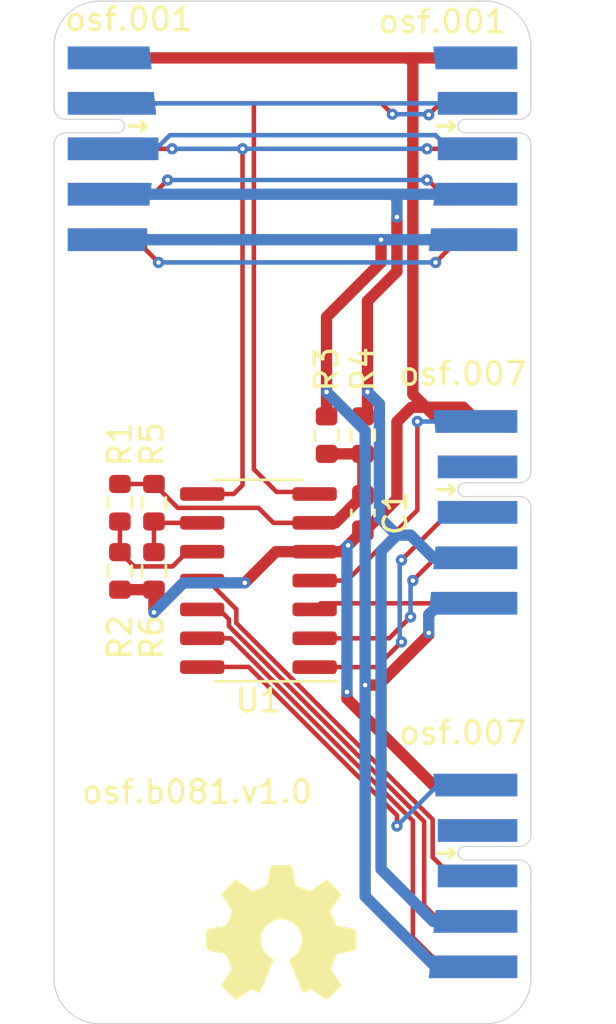
<source format=kicad_pcb>
(kicad_pcb (version 20211014) (generator pcbnew)
  (layers (0 "F.Cu" signal) (31 "B.Cu" signal) (34 "B.Paste" user) (35 "F.Paste" user) (36 "B.SilkS" user "B.Silkscreen") (37 "F.SilkS" user "F.Silkscreen") (38 "B.Mask" user) (39 "F.Mask" user) (44 "Edge.Cuts" user))
  (net 0 "")
  (net 1 "Net-(C1-Pad1)")
  (net 2 "GND")
  (net 3 "Net-(J1-Pad4)")
  (net 4 "Net-(J1-Pad5)")
  (net 5 "/5V")
  (net 6 "/3.3V")
  (net 7 "/adc/AD1+")
  (net 8 "/adc/AD1-")
  (net 9 "/adc/AD2+")
  (net 10 "/adc/AD2-")
  (net 11 "/adc/SDA")
  (net 12 "/adc/SCL")
  (net 13 "/adc/AD3+")
  (net 14 "/adc/AD3-")
  (net 15 "/adc/AD4+")
  (net 16 "/adc/AD4-")
  (net 17 "Net-(J1-Pad8)")
  (net 20 "Net-(U1-Pad10)")
  (net 21 "Net-(U1-Pad9)")
  (footprint "Capacitor_SMD:C_0603_1608Metric" (layer "F.Cu") (at 153.6 112.525 -90)
    (fp_text reference "C1" (at 0 -1.43 90) (layer "F.SilkS"))
    (fp_text value "100nF")
    (fp_line (start -0.14058 -0.51) (end 0.14058 -0.51) (layer "F.SilkS") (width 0.12))
    (fp_line (start -0.14058 0.51) (end 0.14058 0.51) (layer "F.SilkS") (width 0.12))
    (pad "1" smd roundrect (at -0.775 0 270) (size 0.9 0.95) (layers "F.Cu" "F.Paste" "F.Mask") (net 1 "Net-(C1-Pad1)"))
    (pad "2" smd roundrect (at 0.775 0 270) (size 0.9 0.95) (layers "F.Cu" "F.Paste" "F.Mask") (net 2 "GND"))
  )
  (footprint "on_edge:on_edge_2x05_host" (layer "F.Cu") (at 161 112.5 -90)
    (fp_text reference "J4")
    (fp_text value "007_ADC")
    (fp_line (start -0.8 3.573) (end -1 3.373) (layer "F.SilkS") (width 0.153))
    (fp_line (start -1 3.373) (end -1.2 3.573) (layer "F.SilkS") (width 0.153))
    (fp_line (start -1 4.1) (end -1 3.373) (layer "F.SilkS") (width 0.153))
    (fp_line (start -0.7 2.9) (end -0.7 0.5) (layer "Edge.Cuts") (width 0.05))
    (fp_line (start -4 0) (end -1.8 0) (layer "Edge.Cuts") (width 0.05))
    (fp_line (start -0.2 0) (end 4 0) (layer "Edge.Cuts") (width 0.05))
    (fp_line (start -1.3 0.5) (end -1.3 2.9) (layer "Edge.Cuts") (width 0.05))
    (fp_arc (start -1.8 0) (mid -1.446447 0.146447) (end -1.3 0.5) (layer "Edge.Cuts") (width 0.05))
    (fp_arc (start -0.7 0.5) (mid -0.553553 0.146447) (end -0.2 0) (layer "Edge.Cuts") (width 0.05))
    (fp_arc (start -0.7 2.9) (mid -1 3.2) (end -1.3 2.9) (layer "Edge.Cuts") (width 0.05))
    (pad "1" smd rect (at -4 2.35 270) (size 1 3.5) (layers "F.Cu" "F.Mask") (net 2 "GND"))
    (pad "2" smd rect (at -2 2.35 270) (size 1 3.5) (layers "F.Cu" "F.Mask"))
    (pad "3" smd rect (at 0 2.35 270) (size 1 3.5) (layers "F.Cu" "F.Mask") (net 7 "/adc/AD1+"))
    (pad "4" smd rect (at 2 2.35 270) (size 1 3.5) (layers "F.Cu" "F.Mask") (net 8 "/adc/AD1-"))
    (pad "5" smd rect (at 4 2.35 270) (size 1 3.5) (layers "F.Cu" "F.Mask") (net 9 "/adc/AD2+"))
    (pad "6" smd custom (at -4 2.4 90) (size 1 3.6) (layers "B.Cu" "B.Mask") (net 10 "/adc/AD2-") (options (clearance outline) (anchor rect)) (primitives (gr_poly (pts (xy 0.5 -1.8) (xy -0.5 -1.8) (xy 0.5 -1.9)) (width 0) (fill yes))))
    (pad "7" smd rect (at -2 2.35 90) (size 1 3.5) (layers "B.Cu" "B.Mask"))
    (pad "8" smd rect (at 0 2.35 90) (size 1 3.5) (layers "B.Cu" "B.Mask"))
    (pad "9" smd custom (at 2 2.4 90) (size 1 3.6) (layers "B.Cu" "B.Mask") (net 6 "/3.3V") (options (clearance outline) (anchor rect)) (primitives (gr_poly (pts (xy 0.5 -1.8) (xy -0.5 -1.8) (xy -0.5 -1.9)) (width 0) (fill yes))))
    (pad "10" smd custom (at 4 2.5 90) (size 1 3.8) (layers "B.Cu" "B.Mask") (net 5 "/5V") (options (clearance outline) (anchor rect)) (primitives (gr_poly (pts (xy 0.5 -1.9) (xy -0.5 -1.9) (xy -0.5 -2)) (width 0) (fill yes))))
  )
  (footprint "Resistor_SMD:R_0603_1608Metric" (layer "F.Cu") (at 144.4 115.075 90)
    (fp_text reference "R6" (at -2.925 -0.1 90) (layer "F.SilkS"))
    (fp_text value "0R")
    (fp_line (start -0.237258 -0.5225) (end 0.237258 -0.5225) (layer "F.SilkS") (width 0.12))
    (fp_line (start -0.237258 0.5225) (end 0.237258 0.5225) (layer "F.SilkS") (width 0.12))
    (pad "1" smd roundrect (at -0.825 0 90) (size 0.8 0.95) (layers "F.Cu" "F.Paste" "F.Mask") (net 2 "GND"))
    (pad "2" smd roundrect (at 0.825 0 90) (size 0.8 0.95) (layers "F.Cu" "F.Paste" "F.Mask") (net 21 "Net-(U1-Pad9)"))
  )
  (footprint "Symbol:OSHW-Symbol_6.7x6mm_SilkScreen" (layer "F.Cu") (at 150 131)
    (fp_text reference "LOGO1" hide)
    (fp_text value "Logo_Open_Hardware_Small" hide)
    (fp_poly (pts (xy 0.555814 -2.531069) (xy 0.639635 -2.086445) (xy 0.94892 -1.958947) (xy 1.258206 -1.831449) (xy 1.629246 -2.083754) (xy 1.733157 -2.154004) (xy 1.827087 -2.216728) (xy 1.906652 -2.269062) (xy 1.96747 -2.308143) (xy 2.005157 -2.331107) (xy 2.015421 -2.336058) (xy 2.03391 -2.323324) (xy 2.07342 -2.288118) (xy 2.129522 -2.234938) (xy 2.197787 -2.168282) (xy 2.273786 -2.092646) (xy 2.353092 -2.012528) (xy 2.431275 -1.932426) (xy 2.503907 -1.856836) (xy 2.566559 -1.790255) (xy 2.614803 -1.737182) (xy 2.64421 -1.702113) (xy 2.651241 -1.690377) (xy 2.641123 -1.66874) (xy 2.612759 -1.621338) (xy 2.569129 -1.552807) (xy 2.513218 -1.467785) (xy 2.448006 -1.370907) (xy 2.410219 -1.31565) (xy 2.341343 -1.214752) (xy 2.28014 -1.123701) (xy 2.229578 -1.04703) (xy 2.192628 -0.989272) (xy 2.172258 -0.954957) (xy 2.169197 -0.947746) (xy 2.176136 -0.927252) (xy 2.195051 -0.879487) (xy 2.223087 -0.811168) (xy 2.257391 -0.729011) (xy 2.295109 -0.63973) (xy 2.333387 -0.550042) (xy 2.36937 -0.466662) (xy 2.400206 -0.396306) (xy 2.423039 -0.34569) (xy 2.435017 -0.321529) (xy 2.435724 -0.320578) (xy 2.454531 -0.315964) (xy 2.504618 -0.305672) (xy 2.580793 -0.290713) (xy 2.677865 -0.272099) (xy 2.790643 -0.250841) (xy 2.856442 -0.238582) (xy 2.97695 -0.215638) (xy 3.085797 -0.193805) (xy 3.177476 -0.174278) (xy 3.246481 -0.158252) (xy 3.287304 -0.146921) (xy 3.295511 -0.143326) (xy 3.303548 -0.118994) (xy 3.310033 -0.064041) (xy 3.31497 0.015108) (xy 3.318364 0.112026) (xy 3.320218 0.220287) (xy 3.320538 0.333465) (xy 3.319327 0.445135) (xy 3.31659 0.548868) (xy 3.312331 0.638241) (xy 3.306555 0.706826) (xy 3.299267 0.748197) (xy 3.294895 0.75681) (xy 3.268764 0.767133) (xy 3.213393 0.781892) (xy 3.136107 0.799352) (xy 3.04423 0.81778) (xy 3.012158 0.823741) (xy 2.857524 0.852066) (xy 2.735375 0.874876) (xy 2.641673 0.89308) (xy 2.572384 0.907583) (xy 2.523471 0.919292) (xy 2.490897 0.929115) (xy 2.470628 0.937956) (xy 2.458626 0.946724) (xy 2.456947 0.948457) (xy 2.440184 0.976371) (xy 2.414614 1.030695) (xy 2.382788 1.104777) (xy 2.34726 1.191965) (xy 2.310583 1.285608) (xy 2.275311 1.379052) (xy 2.243996 1.465647) (xy 2.219193 1.53874) (xy 2.203454 1.591678) (xy 2.199332 1.617811) (xy 2.199676 1.618726) (xy 2.213641 1.640086) (xy 2.245322 1.687084) (xy 2.291391 1.754827) (xy 2.348518 1.838423) (xy 2.413373 1.932982) (xy 2.431843 1.959854) (xy 2.497699 2.057275) (xy 2.55565 2.146163) (xy 2.602538 2.221412) (xy 2.635207 2.27792) (xy 2.6505 2.310581) (xy 2.651241 2.314593) (xy 2.638392 2.335684) (xy 2.602888 2.377464) (xy 2.549293 2.435445) (xy 2.482171 2.505135) (xy 2.406087 2.582045) (xy 2.325604 2.661683) (xy 2.245287 2.739561) (xy 2.169699 2.811186) (xy 2.103405 2.87207) (xy 2.050969 2.917721) (xy 2.016955 2.94365) (xy 2.007545 2.947883) (xy 1.985643 2.937912) (xy 1.9408 2.91102) (xy 1.880321 2.871736) (xy 1.833789 2.840117) (xy 1.749475 2.782098) (xy 1.649626 2.713784) (xy 1.549473 2.645579) (xy 1.495627 2.609075) (xy 1.313371 2.4858) (xy 1.160381 2.56852) (xy 1.090682 2.604759) (xy 1.031414 2.632926) (xy 0.991311 2.648991) (xy 0.981103 2.651226) (xy 0.968829 2.634722) (xy 0.944613 2.588082) (xy 0.910263 2.515609) (xy 0.867588 2.421606) (xy 0.818394 2.310374) (xy 0.76449 2.186215) (xy 0.707684 2.053432) (xy 0.649782 1.916327) (xy 0.592593 1.779202) (xy 0.537924 1.646358) (xy 0.487584 1.522098) (xy 0.44338 1.410725) (xy 0.407119 1.316539) (xy 0.380609 1.243844) (xy 0.365658 1.196941) (xy 0.363254 1.180833) (xy 0.382311 1.160286) (xy 0.424036 1.126933) (xy 0.479706 1.087702) (xy 0.484378 1.084599) (xy 0.628264 0.969423) (xy 0.744283 0.835053) (xy 0.83143 0.685784) (xy 0.888699 0.525913) (xy 0.915086 0.359737) (xy 0.909585 0.191552) (xy 0.87119 0.025655) (xy 0.798895 -0.133658) (xy 0.777626 -0.168513) (xy 0.666996 -0.309263) (xy 0.536302 -0.422286) (xy 0.390064 -0.506997) (xy 0.232808 -0.562806) (xy 0.069057 -0.589126) (xy -0.096667 -0.58537) (xy -0.259838 -0.55095) (xy -0.415935 -0.485277) (xy -0.560433 -0.387765) (xy -0.605131 -0.348187) (xy -0.718888 -0.224297) (xy -0.801782 -0.093876) (xy -0.858644 0.052315) (xy -0.890313 0.197088) (xy -0.898131 0.35986) (xy -0.872062 0.52344) (xy -0.814755 0.682298) (xy -0.728856 0.830906) (xy -0.617014 0.963735) (xy -0.481877 1.075256) (xy -0.464117 1.087011) (xy -0.40785 1.125508) (xy -0.365077 1.158863) (xy -0.344628 1.18016) (xy -0.344331 1.180833) (xy -0.348721 1.203871) (xy -0.366124 1.256157) (xy -0.394732 1.33339) (xy -0.432735 1.431268) (xy -0.478326 1.545491) (xy -0.529697 1.671758) (xy -0.585038 1.805767) (xy -0.642542 1.943218) (xy -0.700399 2.079808) (xy -0.756802 2.211237) (xy -0.809942 2.333205) (xy -0.85801 2.441409) (xy -0.899199 2.531549) (xy -0.931699 2.599323) (xy -0.953703 2.64043) (xy -0.962564 2.651226) (xy -0.98964 2.642819) (xy -1.040303 2.620272) (xy -1.105817 2.587613) (xy -1.141841 2.56852) (xy -1.294832 2.4858) (xy -1.477088 2.609075) (xy -1.570125 2.672228) (xy -1.671985 2.741727) (xy -1.767438 2.807165) (xy -1.81525 2.840117) (xy -1.882495 2.885273) (xy -1.939436 2.921057) (xy -1.978646 2.942938) (xy -1.991381 2.947563) (xy -2.009917 2.935085) (xy -2.050941 2.900252) (xy -2.110475 2.846678) (xy -2.184542 2.777983) (xy -2.269165 2.697781) (xy -2.322685 2.646286) (xy -2.416319 2.554286) (xy -2.497241 2.471999) (xy -2.562177 2.402945) (xy -2.607858 2.350644) (xy -2.631011 2.318616) (xy -2.633232 2.312116) (xy -2.622924 2.287394) (xy -2.594439 2.237405) (xy -2.550937 2.167212) (xy -2.495577 2.081875) (xy -2.43152 1.986456) (xy -2.413303 1.959854) (xy -2.346927 1.863167) (xy -2.287378 1.776117) (xy -2.237984 1.703595) (xy -2.202075 1.650493) (xy -2.182981 1.621703) (xy -2.181136 1.618726) (xy -2.183895 1.595782) (xy -2.198538 1.545336) (xy -2.222513 1.474041) (xy -2.253266 1.388547) (xy -2.288244 1.295507) (xy -2.324893 1.201574) (xy -2.360661 1.113399) (xy -2.392994 1.037634) (xy -2.419338 0.980931) (xy -2.437142 0.949943) (xy -2.438407 0.948457) (xy -2.449294 0.939601) (xy -2.467682 0.930843) (xy -2.497606 0.921277) (xy -2.543103 0.909996) (xy -2.608209 0.896093) (xy -2.696961 0.878663) (xy -2.813393 0.856798) (xy -2.961542 0.829591) (xy -2.993618 0.823741) (xy -3.088686 0.805374) (xy -3.171565 0.787405) (xy -3.23493 0.771569) (xy -3.271458 0.7596) (xy -3.276356 0.75681) (xy -3.284427 0.732072) (xy -3.290987 0.67679) (xy -3.296033 0.597389) (xy -3.299559 0.500296) (xy -3.301561 0.391938) (xy -3.302036 0.27874) (xy -3.300977 0.167128) (xy -3.298382 0.063529) (xy -3.294246 -0.025632) (xy -3.288563 -0.093928) (xy -3.281331 -0.134934) (xy -3.276971 -0.143326) (xy -3.252698 -0.151792) (xy -3.197426 -0.165565) (xy -3.116662 -0.18345) (xy -3.015912 -0.204252) (xy -2.900683 -0.226777) (xy -2.837902 -0.238582) (xy -2.718787 -0.260849) (xy -2.612565 -0.281021) (xy -2.524427 -0.298085) (xy -2.459566 -0.311031) (xy -2.423174 -0.318845) (xy -2.417184 -0.320578) (xy -2.407061 -0.34011) (xy -2.385662 -0.387157) (xy -2.355839 -0.454997) (xy -2.320445 -0.536909) (xy -2.282332 -0.626172) (xy -2.244353 -0.716065) (xy -2.20936 -0.799865) (xy -2.180206 -0.870853) (xy -2.159743 -0.922306) (xy -2.150823 -0.947503) (xy -2.150657 -0.948604) (xy -2.160769 -0.968481) (xy -2.189117 -1.014223) (xy -2.232723 -1.081283) (xy -2.288606 -1.165116) (xy -2.353787 -1.261174) (xy -2.391679 -1.31635) (xy -2.460725 -1.417519) (xy -2.52205 -1.50937) (xy -2.572663 -1.587256) (xy -2.609571 -1.646531) (xy -2.629782 -1.682549) (xy -2.632701 -1.690623) (xy -2.620153 -1.709416) (xy -2.585463 -1.749543) (xy -2.533063 -1.806507) (xy -2.467384 -1.875815) (xy -2.392856 -1.952969) (xy -2.313913 -2.033475) (xy -2.234983 -2.112837) (xy -2.1605 -2.18656) (xy -2.094894 -2.250148) (xy -2.042596 -2.299106) (xy -2.008039 -2.328939) (xy -1.996478 -2.336058) (xy -1.977654 -2.326047) (xy -1.932631 -2.297922) (xy -1.865787 -2.254546) (xy -1.781499 -2.198782) (xy -1.684144 -2.133494) (xy -1.610707 -2.083754) (xy -1.239667 -1.831449) (xy -0.621095 -2.086445) (xy -0.537275 -2.531069) (xy -0.453454 -2.975693) (xy 0.471994 -2.975693) (xy 0.555814 -2.531069)) (layer "F.SilkS") (width 0.01) (fill solid))
  )
  (footprint "Resistor_SMD:R_0603_1608Metric" (layer "F.Cu") (at 144.4 112.075 90)
    (fp_text reference "R5" (at 2.575 -0.1 90) (layer "F.SilkS"))
    (fp_text value "d.n.p")
    (fp_line (start -0.237258 -0.5225) (end 0.237258 -0.5225) (layer "F.SilkS") (width 0.12))
    (fp_line (start -0.237258 0.5225) (end 0.237258 0.5225) (layer "F.SilkS") (width 0.12))
    (pad "1" smd roundrect (at -0.825 0 90) (size 0.8 0.95) (layers "F.Cu" "F.Paste" "F.Mask") (net 21 "Net-(U1-Pad9)"))
    (pad "2" smd roundrect (at 0.825 0 90) (size 0.8 0.95) (layers "F.Cu" "F.Paste" "F.Mask") (net 1 "Net-(C1-Pad1)"))
  )
  (footprint "Resistor_SMD:R_0603_1608Metric" (layer "F.Cu") (at 142.9 112.075 90)
    (fp_text reference "R1" (at 2.575 0 90) (layer "F.SilkS"))
    (fp_text value "d.n.p")
    (fp_line (start -0.237258 0.5225) (end 0.237258 0.5225) (layer "F.SilkS") (width 0.12))
    (fp_line (start -0.237258 -0.5225) (end 0.237258 -0.5225) (layer "F.SilkS") (width 0.12))
    (pad "1" smd roundrect (at -0.825 0 90) (size 0.8 0.95) (layers "F.Cu" "F.Paste" "F.Mask") (net 20 "Net-(U1-Pad10)"))
    (pad "2" smd roundrect (at 0.825 0 90) (size 0.8 0.95) (layers "F.Cu" "F.Paste" "F.Mask") (net 1 "Net-(C1-Pad1)"))
  )
  (footprint "Resistor_SMD:R_0603_1608Metric" (layer "F.Cu") (at 142.9 115.075 -90)
    (fp_text reference "R2" (at 2.925 0 90) (layer "F.SilkS"))
    (fp_text value "0R")
    (fp_line (start -0.237258 -0.5225) (end 0.237258 -0.5225) (layer "F.SilkS") (width 0.12))
    (fp_line (start -0.237258 0.5225) (end 0.237258 0.5225) (layer "F.SilkS") (width 0.12))
    (pad "1" smd roundrect (at -0.825 0 270) (size 0.8 0.95) (layers "F.Cu" "F.Paste" "F.Mask") (net 20 "Net-(U1-Pad10)"))
    (pad "2" smd roundrect (at 0.825 0 270) (size 0.8 0.95) (layers "F.Cu" "F.Paste" "F.Mask") (net 2 "GND"))
  )
  (footprint "on_edge:on_edge_2x05_device" (layer "F.Cu") (at 140 96.5 -90)
    (fp_text reference "J1")
    (fp_text value "001_I2C")
    (fp_line (start -1 -4.05) (end -1 -3.323) (layer "F.SilkS") (width 0.153))
    (fp_line (start -1 -4.05) (end -0.8 -3.85) (layer "F.SilkS") (width 0.153))
    (fp_line (start -1.2 -3.85) (end -1 -4.05) (layer "F.SilkS") (width 0.153))
    (fp_line (start -0.7 -0.5) (end -0.7 -2.8) (layer "Edge.Cuts") (width 0.05))
    (fp_line (start -1.3 -2.8) (end -1.3 -0.5) (layer "Edge.Cuts") (width 0.05))
    (fp_line (start -4 0) (end -1.8 0) (layer "Edge.Cuts") (width 0.05))
    (fp_line (start -0.2 0) (end 4 0) (layer "Edge.Cuts") (width 0.05))
    (fp_arc (start -0.2 0) (mid -0.553553 -0.146447) (end -0.7 -0.5) (layer "Edge.Cuts") (width 0.05))
    (fp_arc (start -1.3 -0.5) (mid -1.446447 -0.146447) (end -1.8 0) (layer "Edge.Cuts") (width 0.05))
    (fp_arc (start -1.3 -2.8) (mid -1 -3.1) (end -0.7 -2.8) (layer "Edge.Cuts") (width 0.05))
    (pad "1" smd rect (at -4 -2.35 90) (size 1 3.5) (layers "F.Cu" "F.Mask") (net 2 "GND"))
    (pad "2" smd rect (at -2 -2.35 270) (size 1 3.5) (layers "F.Cu" "F.Mask") (net 11 "/adc/SDA"))
    (pad "3" smd rect (at 0 -2.35 270) (size 1 3.5) (layers "F.Cu" "F.Mask") (net 12 "/adc/SCL"))
    (pad "4" smd rect (at 2 -2.35 90) (size 1 3.5) (layers "F.Cu" "F.Mask") (net 3 "Net-(J1-Pad4)"))
    (pad "5" smd rect (at 4 -2.35 90) (size 1 3.5) (layers "F.Cu" "F.Mask") (net 4 "Net-(J1-Pad5)"))
    (pad "6" smd custom (at -4 -2.4 270) (size 1 3.6) (layers "B.Cu" "B.Mask") (options (clearance outline) (anchor rect)) (primitives (gr_poly (pts (xy 0.5 -1.8) (xy 0.5 -1.9) (xy -0.5 -1.8)) (width 0) (fill yes))))
    (pad "7" smd custom (at -2 -2.1 270) (size 1 3) (layers "B.Cu" "B.Mask") (options (clearance outline) (anchor rect)) (primitives (gr_poly (pts (xy 0.3 -0.51) (xy 0.31 -0.62) (xy 0.33 -0.7) (xy 0.35 -0.76) (xy 0.37 -0.81) (xy 0.4 -0.86) (xy 0.44 -0.92) (xy 0.48 -0.97) (xy 0.5 -0.99) (xy 0.5 -2.4) (xy -0.5 -2.3) (xy -0.5 1.5) (xy 0.3 1.5)) (width 0) (fill yes))))
    (pad "8" smd rect (at 0 -2.6 270) (size 1 4) (layers "B.Cu" "B.Mask") (net 17 "Net-(J1-Pad8)"))
    (pad "9" smd custom (at 2 -2.4 270) (size 1 3.6) (layers "B.Cu" "B.Mask") (net 6 "/3.3V") (options (clearance outline) (anchor rect)) (primitives (gr_poly (pts (xy -0.5 -1.8) (xy -0.5 -1.9) (xy 0.5 -1.8)) (width 0) (fill yes))))
    (pad "10" smd custom (at 4 -2.3 270) (size 1 3.4) (layers "B.Cu" "B.Mask") (net 5 "/5V") (options (clearance outline) (anchor rect)) (primitives (gr_poly (pts (xy -0.5 -1.7) (xy -0.5 -1.8) (xy 0.5 -1.7)) (width 0) (fill yes))))
  )
  (footprint "Resistor_SMD:R_0603_1608Metric" (layer "F.Cu") (at 153.6 109.1 90)
    (fp_text reference "R4" (at 2.9 0 90) (layer "F.SilkS"))
    (fp_text value "d.n.p")
    (fp_line (start -0.237258 -0.5225) (end 0.237258 -0.5225) (layer "F.SilkS") (width 0.12))
    (fp_line (start -0.237258 0.5225) (end 0.237258 0.5225) (layer "F.SilkS") (width 0.12))
    (pad "1" smd roundrect (at -0.825 0 90) (size 0.8 0.95) (layers "F.Cu" "F.Paste" "F.Mask") (net 1 "Net-(C1-Pad1)"))
    (pad "2" smd roundrect (at 0.825 0 90) (size 0.8 0.95) (layers "F.Cu" "F.Paste" "F.Mask") (net 6 "/3.3V"))
  )
  (footprint "on_edge:on_edge_2x05_host" (layer "F.Cu") (at 161 96.5 -90)
    (fp_text reference "J3")
    (fp_text value "001_I2C")
    (fp_line (start -0.8 3.573) (end -1 3.373) (layer "F.SilkS") (width 0.153))
    (fp_line (start -1 3.373) (end -1.2 3.573) (layer "F.SilkS") (width 0.153))
    (fp_line (start -1 4.1) (end -1 3.373) (layer "F.SilkS") (width 0.153))
    (fp_line (start -1.3 0.5) (end -1.3 2.9) (layer "Edge.Cuts") (width 0.05))
    (fp_line (start -4 0) (end -1.8 0) (layer "Edge.Cuts") (width 0.05))
    (fp_line (start -0.2 0) (end 4 0) (layer "Edge.Cuts") (width 0.05))
    (fp_line (start -0.7 2.9) (end -0.7 0.5) (layer "Edge.Cuts") (width 0.05))
    (fp_arc (start -0.7 2.9) (mid -1 3.2) (end -1.3 2.9) (layer "Edge.Cuts") (width 0.05))
    (fp_arc (start -0.7 0.5) (mid -0.553553 0.146447) (end -0.2 0) (layer "Edge.Cuts") (width 0.05))
    (fp_arc (start -1.8 0) (mid -1.446447 0.146447) (end -1.3 0.5) (layer "Edge.Cuts") (width 0.05))
    (pad "1" smd rect (at -4 2.35 270) (size 1 3.5) (layers "F.Cu" "F.Mask") (net 2 "GND"))
    (pad "2" smd rect (at -2 2.35 270) (size 1 3.5) (layers "F.Cu" "F.Mask") (net 11 "/adc/SDA"))
    (pad "3" smd rect (at 0 2.35 270) (size 1 3.5) (layers "F.Cu" "F.Mask") (net 12 "/adc/SCL"))
    (pad "4" smd rect (at 2 2.35 270) (size 1 3.5) (layers "F.Cu" "F.Mask") (net 3 "Net-(J1-Pad4)"))
    (pad "5" smd rect (at 4 2.35 270) (size 1 3.5) (layers "F.Cu" "F.Mask") (net 4 "Net-(J1-Pad5)"))
    (pad "6" smd custom (at -4 2.4 90) (size 1 3.6) (layers "B.Cu" "B.Mask") (options (clearance outline) (anchor rect)) (primitives (gr_poly (pts (xy 0.5 -1.8) (xy -0.5 -1.8) (xy 0.5 -1.9)) (width 0) (fill yes))))
    (pad "7" smd rect (at -2 2.35 90) (size 1 3.5) (layers "B.Cu" "B.Mask"))
    (pad "8" smd rect (at 0 2.35 90) (size 1 3.5) (layers "B.Cu" "B.Mask") (net 17 "Net-(J1-Pad8)"))
    (pad "9" smd custom (at 2 2.4 90) (size 1 3.6) (layers "B.Cu" "B.Mask") (net 6 "/3.3V") (options (clearance outline) (anchor rect)) (primitives (gr_poly (pts (xy 0.5 -1.8) (xy -0.5 -1.8) (xy -0.5 -1.9)) (width 0) (fill yes))))
    (pad "10" smd custom (at 4 2.5 90) (size 1 3.8) (layers "B.Cu" "B.Mask") (net 5 "/5V") (options (clearance outline) (anchor rect)) (primitives (gr_poly (pts (xy 0.5 -1.9) (xy -0.5 -1.9) (xy -0.5 -2)) (width 0) (fill yes))))
  )
  (footprint "on_edge:on_edge_2x05_host" (layer "F.Cu") (at 161 128.5 -90)
    (fp_text reference "J2")
    (fp_text value "007_ADC")
    (fp_line (start -0.8 3.573) (end -1 3.373) (layer "F.SilkS") (width 0.153))
    (fp_line (start -1 4.1) (end -1 3.373) (layer "F.SilkS") (width 0.153))
    (fp_line (start -1 3.373) (end -1.2 3.573) (layer "F.SilkS") (width 0.153))
    (fp_line (start -0.2 0) (end 4 0) (layer "Edge.Cuts") (width 0.05))
    (fp_line (start -0.7 2.9) (end -0.7 0.5) (layer "Edge.Cuts") (width 0.05))
    (fp_line (start -4 0) (end -1.8 0) (layer "Edge.Cuts") (width 0.05))
    (fp_line (start -1.3 0.5) (end -1.3 2.9) (layer "Edge.Cuts") (width 0.05))
    (fp_arc (start -0.7 2.9) (mid -1 3.2) (end -1.3 2.9) (layer "Edge.Cuts") (width 0.05))
    (fp_arc (start -1.8 0) (mid -1.446447 0.146447) (end -1.3 0.5) (layer "Edge.Cuts") (width 0.05))
    (fp_arc (start -0.7 0.5) (mid -0.553553 0.146447) (end -0.2 0) (layer "Edge.Cuts") (width 0.05))
    (pad "1" smd rect (at -4 2.35 270) (size 1 3.5) (layers "F.Cu" "F.Mask") (net 2 "GND"))
    (pad "2" smd rect (at -2 2.35 270) (size 1 3.5) (layers "F.Cu" "F.Mask"))
    (pad "3" smd rect (at 0 2.35 270) (size 1 3.5) (layers "F.Cu" "F.Mask") (net 13 "/adc/AD3+"))
    (pad "4" smd rect (at 2 2.35 270) (size 1 3.5) (layers "F.Cu" "F.Mask") (net 14 "/adc/AD3-"))
    (pad "5" smd rect (at 4 2.35 270) (size 1 3.5) (layers "F.Cu" "F.Mask") (net 15 "/adc/AD4+"))
    (pad "6" smd custom (at -4 2.4 90) (size 1 3.6) (layers "B.Cu" "B.Mask") (net 16 "/adc/AD4-") (options (clearance outline) (anchor rect)) (primitives (gr_poly (pts (xy 0.5 -1.8) (xy -0.5 -1.8) (xy 0.5 -1.9)) (width 0) (fill yes))))
    (pad "7" smd rect (at -2 2.35 90) (size 1 3.5) (layers "B.Cu" "B.Mask"))
    (pad "8" smd rect (at 0 2.35 90) (size 1 3.5) (layers "B.Cu" "B.Mask"))
    (pad "9" smd custom (at 2 2.4 90) (size 1 3.6) (layers "B.Cu" "B.Mask") (net 6 "/3.3V") (options (clearance outline) (anchor rect)) (primitives (gr_poly (pts (xy 0.5 -1.8) (xy -0.5 -1.8) (xy -0.5 -1.9)) (width 0) (fill yes))))
    (pad "10" smd custom (at 4 2.5 90) (size 1 3.8) (layers "B.Cu" "B.Mask") (net 5 "/5V") (options (clearance outline) (anchor rect)) (primitives (gr_poly (pts (xy 0.5 -1.9) (xy -0.5 -1.9) (xy -0.5 -2)) (width 0) (fill yes))))
  )
  (footprint "Resistor_SMD:R_0603_1608Metric" (layer "F.Cu") (at 152 109.1 90)
    (fp_text reference "R3" (at 2.9 0 90) (layer "F.SilkS"))
    (fp_text value "0R")
    (fp_line (start -0.237258 0.5225) (end 0.237258 0.5225) (layer "F.SilkS") (width 0.12))
    (fp_line (start -0.237258 -0.5225) (end 0.237258 -0.5225) (layer "F.SilkS") (width 0.12))
    (pad "1" smd roundrect (at -0.825 0 90) (size 0.8 0.95) (layers "F.Cu" "F.Paste" "F.Mask") (net 1 "Net-(C1-Pad1)"))
    (pad "2" smd roundrect (at 0.825 0 90) (size 0.8 0.95) (layers "F.Cu" "F.Paste" "F.Mask") (net 5 "/5V"))
  )
  (footprint "Package_SO:SOIC-14_3.9x8.7mm_P1.27mm" (layer "F.Cu") (at 149 115.5 180)
    (fp_text reference "U1" (at 0 -5.28) (layer "F.SilkS"))
    (fp_text value "MCP3428")
    (fp_line (start 0 4.435) (end -1.95 4.435) (layer "F.SilkS") (width 0.12))
    (fp_line (start 0 -4.435) (end 1.95 -4.435) (layer "F.SilkS") (width 0.12))
    (fp_line (start 0 4.435) (end 1.95 4.435) (layer "F.SilkS") (width 0.12))
    (fp_line (start 0 -4.435) (end -3.45 -4.435) (layer "F.SilkS") (width 0.12))
    (pad "1" smd roundrect (at -2.475 -3.81 180) (size 1.95 0.6) (layers "F.Cu" "F.Paste" "F.Mask") (net 7 "/adc/AD1+"))
    (pad "2" smd roundrect (at -2.475 -2.54 180) (size 1.95 0.6) (layers "F.Cu" "F.Paste" "F.Mask") (net 8 "/adc/AD1-"))
    (pad "3" smd roundrect (at -2.475 -1.27 180) (size 1.95 0.6) (layers "F.Cu" "F.Paste" "F.Mask") (net 9 "/adc/AD2+"))
    (pad "4" smd roundrect (at -2.475 0 180) (size 1.95 0.6) (layers "F.Cu" "F.Paste" "F.Mask") (net 10 "/adc/AD2-"))
    (pad "5" smd roundrect (at -2.475 1.27 180) (size 1.95 0.6) (layers "F.Cu" "F.Paste" "F.Mask") (net 2 "GND"))
    (pad "6" smd roundrect (at -2.475 2.54 180) (size 1.95 0.6) (layers "F.Cu" "F.Paste" "F.Mask") (net 1 "Net-(C1-Pad1)"))
    (pad "7" smd roundrect (at -2.475 3.81 180) (size 1.95 0.6) (layers "F.Cu" "F.Paste" "F.Mask") (net 11 "/adc/SDA"))
    (pad "8" smd roundrect (at 2.475 3.81 180) (size 1.95 0.6) (layers "F.Cu" "F.Paste" "F.Mask") (net 12 "/adc/SCL"))
    (pad "9" smd roundrect (at 2.475 2.54 180) (size 1.95 0.6) (layers "F.Cu" "F.Paste" "F.Mask") (net 21 "Net-(U1-Pad9)"))
    (pad "10" smd roundrect (at 2.475 1.27 180) (size 1.95 0.6) (layers "F.Cu" "F.Paste" "F.Mask") (net 20 "Net-(U1-Pad10)"))
    (pad "11" smd roundrect (at 2.475 0 180) (size 1.95 0.6) (layers "F.Cu" "F.Paste" "F.Mask") (net 13 "/adc/AD3+"))
    (pad "12" smd roundrect (at 2.475 -1.27 180) (size 1.95 0.6) (layers "F.Cu" "F.Paste" "F.Mask") (net 14 "/adc/AD3-"))
    (pad "13" smd roundrect (at 2.475 -2.54 180) (size 1.95 0.6) (layers "F.Cu" "F.Paste" "F.Mask") (net 15 "/adc/AD4+"))
    (pad "14" smd roundrect (at 2.475 -3.81 180) (size 1.95 0.6) (layers "F.Cu" "F.Paste" "F.Mask") (net 16 "/adc/AD4-"))
  )
  (gr_line (start 140 92.5) (end 140 92) (layer "Edge.Cuts") (width 0.05))
  (gr_line (start 142 90) (end 159 90) (layer "Edge.Cuts") (width 0.05))
  (gr_arc (start 161 133) (mid 160.414214 134.414214) (end 159 135) (layer "Edge.Cuts") (width 0.05))
  (gr_line (start 161 108.5) (end 161 100.5) (layer "Edge.Cuts") (width 0.05))
  (gr_line (start 159 135) (end 142 135) (layer "Edge.Cuts") (width 0.05))
  (gr_line (start 161 116.5) (end 161 124.5) (layer "Edge.Cuts") (width 0.05))
  (gr_arc (start 159 90) (mid 160.414214 90.585786) (end 161 92) (layer "Edge.Cuts") (width 0.05))
  (gr_line (start 161 133) (end 161 132.5) (layer "Edge.Cuts") (width 0.05))
  (gr_arc (start 142 135) (mid 140.585786 134.414214) (end 140 133) (layer "Edge.Cuts") (width 0.05))
  (gr_line (start 140 133) (end 140 100.5) (layer "Edge.Cuts") (width 0.05))
  (gr_arc (start 140 92) (mid 140.585786 90.585786) (end 142 90) (layer "Edge.Cuts") (width 0.05))
  (gr_line (start 161 92.5) (end 161 92) (layer "Edge.Cuts") (width 0.05))
  (gr_text "osf.007" (at 158 106.4) (layer "F.SilkS") (effects (font (size 1 1))))
  (gr_text "osf.b081.v1.0" (at 146.3 124.8) (layer "F.SilkS") (effects (font (size 1 1))))
  (gr_text "osf.007" (at 158 122.2) (layer "F.SilkS") (effects (font (size 1 1))))
  (gr_text "osf.001" (at 157.1 90.9) (layer "F.SilkS") (effects (font (size 1 1))))
  (gr_text "osf.001" (at 143.3 90.8) (layer "F.SilkS") (effects (font (size 1 1))))
  (segment (start 142.1 94.5) (end 158.65 94.5) (width 0.2) (layer "B.Cu") (net 0))
  (segment (start 152 109.925) (end 153.6 109.925) (width 0.5) (layer "F.Cu") (net 1))
  (segment (start 149 112.3) (end 149.66 112.96) (width 0.2) (layer "F.Cu") (net 1))
  (segment (start 145.45 112.3) (end 149 112.3) (width 0.2) (layer "F.Cu") (net 1))
  (segment (start 142.9 111.25) (end 144.4 111.25) (width 0.2) (layer "F.Cu") (net 1))
  (segment (start 152.39 112.96) (end 153.6 111.75) (width 0.5) (layer "F.Cu") (net 1))
  (segment (start 151.475 112.96) (end 152.39 112.96) (width 0.5) (layer "F.Cu") (net 1))
  (segment (start 149.66 112.96) (end 151.475 112.96) (width 0.2) (layer "F.Cu") (net 1))
  (segment (start 153.6 109.925) (end 153.6 111.75) (width 0.5) (layer "F.Cu") (net 1))
  (segment (start 144.4 111.25) (end 145.45 112.3) (width 0.2) (layer "F.Cu") (net 1))
  (segment (start 152.67 114.23) (end 152.95 113.95) (width 0.5) (layer "F.Cu") (net 2))
  (segment (start 156.7 124.5) (end 158.65 124.5) (width 0.5) (layer "F.Cu") (net 2))
  (segment (start 158.65 108.5) (end 158.023 107.873) (width 0.5) (layer "F.Cu") (net 2))
  (segment (start 157 108.5) (end 155.8 107.3) (width 0.5) (layer "F.Cu") (net 2))
  (segment (start 153.7 113.3) (end 153.6 113.3) (width 0.5) (layer "F.Cu") (net 2))
  (segment (start 152.9 120.4) (end 152.9 120.7) (width 0.5) (layer "F.Cu") (net 2))
  (segment (start 158.65 108.5) (end 157 108.5) (width 0.5) (layer "F.Cu") (net 2))
  (segment (start 152.9 120.7) (end 156.7 124.5) (width 0.5) (layer "F.Cu") (net 2))
  (segment (start 155.1 108.513288) (end 155.1 111.9) (width 0.5) (layer "F.Cu") (net 2))
  (segment (start 151.475 114.23) (end 149.77 114.23) (width 0.5) (layer "F.Cu") (net 2))
  (segment (start 144.4 115.9) (end 142.9 115.9) (width 0.5) (layer "F.Cu") (net 2))
  (segment (start 151.475 114.23) (end 152.67 114.23) (width 0.5) (layer "F.Cu") (net 2))
  (segment (start 155.6 92.5) (end 158.65 92.5) (width 0.5) (layer "F.Cu") (net 2))
  (segment (start 155.1 111.9) (end 153.7 113.3) (width 0.5) (layer "F.Cu") (net 2))
  (segment (start 155.8 92.7) (end 155.6 92.5) (width 0.5) (layer "F.Cu") (net 2))
  (segment (start 155.8 107.3) (end 155.8 92.7) (width 0.5) (layer "F.Cu") (net 2))
  (segment (start 158.023 107.873) (end 155.740288 107.873) (width 0.5) (layer "F.Cu") (net 2))
  (segment (start 149.77 114.23) (end 148.4 115.6) (width 0.5) (layer "F.Cu") (net 2))
  (segment (start 155.740288 107.873) (end 155.1 108.513288) (width 0.5) (layer "F.Cu") (net 2))
  (segment (start 152.95 113.95) (end 153.6 113.3) (width 0.5) (layer "F.Cu") (net 2))
  (segment (start 142.35 92.5) (end 155.6 92.5) (width 0.5) (layer "F.Cu") (net 2))
  (segment (start 144.4 116.9) (end 144.4 115.9) (width 0.5) (layer "F.Cu") (net 2))
  (via (at 144.4 116.9) (size 0.5) (drill 0.2) (layers "F.Cu" "B.Cu") (net 2))
  (via (at 148.4 115.6) (size 0.5) (drill 0.2) (layers "F.Cu" "B.Cu") (net 2))
  (via (at 152.9 120.4) (size 0.5) (drill 0.2) (layers "F.Cu" "B.Cu") (net 2))
  (via (at 152.95 113.95) (size 0.5) (drill 0.2) (layers "F.Cu" "B.Cu") (net 2))
  (segment (start 145.7 115.6) (end 144.4 116.9) (width 0.5) (layer "B.Cu") (net 2))
  (segment (start 148.4 115.6) (end 145.7 115.6) (width 0.5) (layer "B.Cu") (net 2))
  (segment (start 152.9 120.4) (end 152.9 114) (width 0.5) (layer "B.Cu") (net 2))
  (segment (start 152.9 114) (end 152.95 113.95) (width 0.5) (layer "B.Cu") (net 2))
  (segment (start 156.4735 97.8735) (end 157.1 98.5) (width 0.2) (layer "F.Cu") (net 3))
  (segment (start 144.3735 98.5) (end 145 97.8735) (width 0.2) (layer "F.Cu") (net 3))
  (segment (start 142.35 98.5) (end 144.3735 98.5) (width 0.2) (layer "F.Cu") (net 3))
  (segment (start 156.4265 97.8735) (end 156.4735 97.8735) (width 0.2) (layer "F.Cu") (net 3))
  (segment (start 157.1 98.5) (end 158.65 98.5) (width 0.2) (layer "F.Cu") (net 3))
  (via (at 145 97.8735) (size 0.5) (drill 0.2) (layers "F.Cu" "B.Cu") (net 3))
  (via (at 156.4265 97.8735) (size 0.5) (drill 0.2) (layers "F.Cu" "B.Cu") (net 3))
  (segment (start 145 97.8735) (end 156.4265 97.8735) (width 0.2) (layer "B.Cu") (net 3))
  (segment (start 157.8 100.5) (end 156.8 101.5) (width 0.2) (layer "F.Cu") (net 4))
  (segment (start 144.6 101.5) (end 143.6 100.5) (width 0.2) (layer "F.Cu") (net 4))
  (segment (start 158.65 100.5) (end 157.8 100.5) (width 0.2) (layer "F.Cu") (net 4))
  (segment (start 143.6 100.5) (end 142.35 100.5) (width 0.2) (layer "F.Cu") (net 4))
  (via (at 144.6 101.5) (size 0.5) (drill 0.2) (layers "F.Cu" "B.Cu") (net 4))
  (via (at 156.8 101.5) (size 0.5) (drill 0.2) (layers "F.Cu" "B.Cu") (net 4))
  (segment (start 156.8 101.5) (end 144.6 101.5) (width 0.2) (layer "B.Cu") (net 4))
  (segment (start 152 108.275) (end 152 107.2) (width 0.5) (layer "F.Cu") (net 5))
  (segment (start 154.4 101.5) (end 154.4 100.5) (width 0.5) (layer "F.Cu") (net 5))
  (segment (start 152 103.9) (end 154.4 101.5) (width 0.5) (layer "F.Cu") (net 5))
  (segment (start 154.286712 120.1) (end 156.5 117.886712) (width 0.5) (layer "F.Cu") (net 5))
  (segment (start 156.5 117.886712) (end 156.5 117.8) (width 0.5) (layer "F.Cu") (net 5))
  (segment (start 153.7 120.1) (end 154.286712 120.1) (width 0.5) (layer "F.Cu") (net 5))
  (segment (start 152 107.2) (end 152 103.9) (width 0.5) (layer "F.Cu") (net 5))
  (via (at 153.7 120.1) (size 0.5) (drill 0.2) (layers "F.Cu" "B.Cu") (net 5))
  (via (at 156.5 117.8) (size 0.5) (drill 0.2) (layers "F.Cu" "B.Cu") (net 5))
  (via (at 154.4 100.5) (size 0.5) (drill 0.2) (layers "F.Cu" "B.Cu") (net 5))
  (via (at 152 107.2) (size 0.5) (drill 0.2) (layers "F.Cu" "B.Cu") (net 5))
  (segment (start 156.5 117) (end 157 116.5) (width 0.5) (layer "B.Cu") (net 5))
  (segment (start 157 116.5) (end 158.5 116.5) (width 0.5) (layer "B.Cu") (net 5))
  (segment (start 153.7 108.9) (end 152 107.2) (width 0.5) (layer "B.Cu") (net 5))
  (segment (start 156.8 132.5) (end 153.7 129.4) (width 0.5) (layer "B.Cu") (net 5))
  (segment (start 154.4 100.5) (end 158.5 100.5) (width 0.5) (layer "B.Cu") (net 5))
  (segment (start 156.5 117.8) (end 156.5 117) (width 0.5) (layer "B.Cu") (net 5))
  (segment (start 153.7 129.4) (end 153.7 120.1) (width 0.5) (layer "B.Cu") (net 5))
  (segment (start 153.7 120.1) (end 153.7 108.9) (width 0.5) (layer "B.Cu") (net 5))
  (segment (start 158.5 132.5) (end 156.8 132.5) (width 0.5) (layer "B.Cu") (net 5))
  (segment (start 142.3 100.5) (end 154.4 100.5) (width 0.5) (layer "B.Cu") (net 5))
  (segment (start 155.1 101.9) (end 155.1 99.5) (width 0.5) (layer "F.Cu") (net 6))
  (segment (start 154.7 102.3) (end 155.1 101.9) (width 0.5) (layer "F.Cu") (net 6))
  (segment (start 153.6 108.275) (end 153.802 108.073) (width 0.5) (layer "F.Cu") (net 6))
  (segment (start 153.802 108.073) (end 153.802 107.198) (width 0.5) (layer "F.Cu") (net 6))
  (segment (start 153.802 103.198) (end 154.7 102.3) (width 0.5) (layer "F.Cu") (net 6))
  (segment (start 153.802 107.198) (end 153.802 103.198) (width 0.5) (layer "F.Cu") (net 6))
  (via (at 155.1 99.5) (size 0.5) (drill 0.2) (layers "F.Cu" "B.Cu") (net 6))
  (via (at 153.802 107.198) (size 0.5) (drill 0.2) (layers "F.Cu" "B.Cu") (net 6))
  (segment (start 155.1 113.5) (end 155.7 113.5) (width 0.5) (layer "B.Cu") (net 6))
  (segment (start 155.1 99.5) (end 155.1 98.7) (width 0.5) (layer "B.Cu") (net 6))
  (segment (start 156.7 114.5) (end 158.6 114.5) (width 0.5) (layer "B.Cu") (net 6))
  (segment (start 155.1 113.5) (end 154.327 112.727) (width 0.5) (layer "B.Cu") (net 6))
  (segment (start 155.7 113.5) (end 156.7 114.5) (width 0.5) (layer "B.Cu") (net 6))
  (segment (start 142.4 98.5) (end 154.9 98.5) (width 0.5) (layer "B.Cu") (net 6))
  (segment (start 154.4 128.2) (end 154.4 114.2) (width 0.5) (layer "B.Cu") (net 6))
  (segment (start 154.327 107.723) (end 153.802 107.198) (width 0.5) (layer "B.Cu") (net 6))
  (segment (start 154.9 98.5) (end 158.6 98.5) (width 0.5) (layer "B.Cu") (net 6))
  (segment (start 158.6 130.5) (end 156.7 130.5) (width 0.5) (layer "B.Cu") (net 6))
  (segment (start 154.4 114.2) (end 155.1 113.5) (width 0.5) (layer "B.Cu") (net 6))
  (segment (start 154.327 112.727) (end 154.327 107.723) (width 0.5) (layer "B.Cu") (net 6))
  (segment (start 155.1 98.7) (end 154.9 98.5) (width 0.5) (layer "B.Cu") (net 6))
  (segment (start 156.7 130.5) (end 154.4 128.2) (width 0.5) (layer "B.Cu") (net 6))
  (segment (start 151.475 119.31) (end 154.19 119.31) (width 0.2) (layer "F.Cu") (net 7))
  (segment (start 154.19 119.31) (end 155.3 118.2) (width 0.2) (layer "F.Cu") (net 7))
  (segment (start 157.4 112.5) (end 158.65 112.5) (width 0.2) (layer "F.Cu") (net 7))
  (segment (start 155.3 114.6) (end 157.4 112.5) (width 0.2) (layer "F.Cu") (net 7))
  (via (at 155.3 118.2) (size 0.5) (drill 0.2) (layers "F.Cu" "B.Cu") (net 7))
  (via (at 155.3 114.6) (size 0.5) (drill 0.2) (layers "F.Cu" "B.Cu") (net 7))
  (segment (start 155.3 118.2) (end 155.223 118.123) (width 0.2) (layer "B.Cu") (net 7))
  (segment (start 155.223 114.677) (end 155.3 114.6) (width 0.2) (layer "B.Cu") (net 7))
  (segment (start 155.223 118.123) (end 155.223 114.677) (width 0.2) (layer "B.Cu") (net 7))
  (segment (start 155.8 115.5) (end 156.8 114.5) (width 0.2) (layer "F.Cu") (net 8))
  (segment (start 156.8 114.5) (end 158.65 114.5) (width 0.2) (layer "F.Cu") (net 8))
  (segment (start 151.475 118.04) (end 154.76 118.04) (width 0.2) (layer "F.Cu") (net 8))
  (segment (start 154.76 118.04) (end 155.7 117.1) (width 0.2) (layer "F.Cu") (net 8))
  (via (at 155.8 115.5) (size 0.5) (drill 0.2) (layers "F.Cu" "B.Cu") (net 8))
  (via (at 155.7 117.1) (size 0.5) (drill 0.2) (layers "F.Cu" "B.Cu") (net 8))
  (segment (start 155.7 117.1) (end 155.7 115.6) (width 0.2) (layer "B.Cu") (net 8))
  (segment (start 155.7 115.6) (end 155.8 115.5) (width 0.2) (layer "B.Cu") (net 8))
  (segment (start 151.745 116.5) (end 151.475 116.77) (width 0.2) (layer "F.Cu") (net 9))
  (segment (start 158.65 116.5) (end 151.745 116.5) (width 0.2) (layer "F.Cu") (net 9))
  (segment (start 156 112.4) (end 156 108.5) (width 0.2) (layer "F.Cu") (net 10))
  (segment (start 152.9 115.5) (end 154.7 113.7) (width 0.2) (layer "F.Cu") (net 10))
  (segment (start 154.7 113.7) (end 156 112.4) (width 0.2) (layer "F.Cu") (net 10))
  (segment (start 151.475 115.5) (end 152.9 115.5) (width 0.2) (layer "F.Cu") (net 10))
  (via (at 156 108.5) (size 0.5) (drill 0.2) (layers "F.Cu" "B.Cu") (net 10))
  (segment (start 156 108.5) (end 158.6 108.5) (width 0.2) (layer "B.Cu") (net 10))
  (segment (start 148.8 110.6) (end 148.8 94.5) (width 0.2) (layer "F.Cu") (net 11))
  (segment (start 156.5 95) (end 157 94.5) (width 0.2) (layer "F.Cu") (net 11))
  (segment (start 148.8 94.5) (end 154.4235 94.5) (width 0.2) (layer "F.Cu") (net 11))
  (segment (start 142.35 94.5) (end 148.8 94.5) (width 0.2) (layer "F.Cu") (net 11))
  (segment (start 151.385 111.6) (end 149.8 111.6) (width 0.2) (layer "F.Cu") (net 11))
  (segment (start 157 94.5) (end 158.65 94.5) (width 0.2) (layer "F.Cu") (net 11))
  (segment (start 154.4235 94.5) (end 154.9 94.9765) (width 0.2) (layer "F.Cu") (net 11))
  (segment (start 149.8 111.6) (end 148.8 110.6) (width 0.2) (layer "F.Cu") (net 11))
  (segment (start 151.475 111.69) (end 151.385 111.6) (width 0.2) (layer "F.Cu") (net 11))
  (via (at 154.9 94.9765) (size 0.5) (drill 0.2) (layers "F.Cu" "B.Cu") (net 11))
  (via (at 156.5 95) (size 0.5) (drill 0.2) (layers "F.Cu" "B.Cu") (net 11))
  (segment (start 154.9 94.9765) (end 156.4765 94.9765) (width 0.2) (layer "B.Cu") (net 11))
  (segment (start 156.4765 94.9765) (end 156.5 95) (width 0.2) (layer "B.Cu") (net 11))
  (segment (start 148.2 111.4) (end 148.3 111.3) (width 0.2) (layer "F.Cu") (net 12))
  (segment (start 145.2 96.5) (end 142.35 96.5) (width 0.2) (layer "F.Cu") (net 12))
  (segment (start 148.3 111.3) (end 148.3 96.5) (width 0.2) (layer "F.Cu") (net 12))
  (segment (start 146.525 111.69) (end 147.91 111.69) (width 0.2) (layer "F.Cu") (net 12))
  (segment (start 158.65 96.5) (end 156.4265 96.5) (width 0.2) (layer "F.Cu") (net 12))
  (segment (start 147.91 111.69) (end 148.2 111.4) (width 0.2) (layer "F.Cu") (net 12))
  (via (at 148.3 96.5) (size 0.5) (drill 0.2) (layers "F.Cu" "B.Cu") (net 12))
  (via (at 156.4265 96.5) (size 0.5) (drill 0.2) (layers "F.Cu" "B.Cu") (net 12))
  (via (at 145.2 96.5) (size 0.5) (drill 0.2) (layers "F.Cu" "B.Cu") (net 12))
  (segment (start 156.4265 96.5) (end 154.8 96.5) (width 0.2) (layer "B.Cu") (net 12))
  (segment (start 148.3 96.5) (end 154.8 96.5) (width 0.2) (layer "B.Cu") (net 12))
  (segment (start 148.3 96.5) (end 145.2 96.5) (width 0.2) (layer "B.Cu") (net 12))
  (segment (start 156.673 126.016159) (end 156.673 127.673) (width 0.2) (layer "F.Cu") (net 13))
  (segment (start 148.027 117.370159) (end 156.673 126.016159) (width 0.2) (layer "F.Cu") (net 13))
  (segment (start 146.763159 115.5) (end 148.027 116.763841) (width 0.2) (layer "F.Cu") (net 13))
  (segment (start 157.5 128.5) (end 158.65 128.5) (width 0.2) (layer "F.Cu") (net 13))
  (segment (start 156.673 127.673) (end 157.5 128.5) (width 0.2) (layer "F.Cu") (net 13))
  (segment (start 146.525 115.5) (end 146.763159 115.5) (width 0.2) (layer "F.Cu") (net 13))
  (segment (start 148.027 116.763841) (end 148.027 117.370159) (width 0.2) (layer "F.Cu") (net 13))
  (segment (start 147.27 116.77) (end 147.7 117.2) (width 0.2) (layer "F.Cu") (net 14))
  (segment (start 147.7 117.505607) (end 156.3 126.105607) (width 0.2) (layer "F.Cu") (net 14))
  (segment (start 156.3 126.105607) (end 156.3 129.8) (width 0.2) (layer "F.Cu") (net 14))
  (segment (start 146.525 116.77) (end 147.27 116.77) (width 0.2) (layer "F.Cu") (net 14))
  (segment (start 156.3 129.8) (end 157 130.5) (width 0.2) (layer "F.Cu") (net 14))
  (segment (start 147.7 117.2) (end 147.7 117.505607) (width 0.2) (layer "F.Cu") (net 14))
  (segment (start 157 130.5) (end 158.65 130.5) (width 0.2) (layer "F.Cu") (net 14))
  (segment (start 155.8 131.2) (end 155.8 126.068055) (width 0.2) (layer "F.Cu") (net 15))
  (segment (start 147.771945 118.04) (end 146.525 118.04) (width 0.2) (layer "F.Cu") (net 15))
  (segment (start 157.1 132.5) (end 155.8 131.2) (width 0.2) (layer "F.Cu") (net 15))
  (segment (start 158.65 132.5) (end 157.1 132.5) (width 0.2) (layer "F.Cu") (net 15))
  (segment (start 155.8 126.068055) (end 147.771945 118.04) (width 0.2) (layer "F.Cu") (net 15))
  (segment (start 155.1 125.830503) (end 148.569497 119.3) (width 0.2) (layer "F.Cu") (net 16))
  (segment (start 146.535 119.3) (end 146.525 119.31) (width 0.2) (layer "F.Cu") (net 16))
  (segment (start 155.1 126.3) (end 155.1 125.830503) (width 0.2) (layer "F.Cu") (net 16))
  (segment (start 147.9 119.3) (end 146.535 119.3) (width 0.2) (layer "F.Cu") (net 16))
  (segment (start 148.569497 119.3) (end 147.9 119.3) (width 0.2) (layer "F.Cu") (net 16))
  (via (at 155.1 126.3) (size 0.5) (drill 0.2) (layers "F.Cu" "B.Cu") (net 16))
  (segment (start 158.6 124.5) (end 156.9 124.5) (width 0.2) (layer "B.Cu") (net 16))
  (segment (start 156.9 124.5) (end 155.1 126.3) (width 0.2) (layer "B.Cu") (net 16))
  (segment (start 158.65 96.5) (end 157.4 96.5) (width 0.2) (layer "B.Cu") (net 17))
  (segment (start 145.1 95.9) (end 144.5 96.5) (width 0.2) (layer "B.Cu") (net 17))
  (segment (start 157.4 96.5) (end 156.8 95.9) (width 0.2) (layer "B.Cu") (net 17))
  (segment (start 156.8 95.9) (end 145.1 95.9) (width 0.2) (layer "B.Cu") (net 17))
  (segment (start 144.5 96.5) (end 142.6 96.5) (width 0.2) (layer "B.Cu") (net 17))
  (segment (start 143.527 114.877) (end 145.223 114.877) (width 0.2) (layer "F.Cu") (net 20))
  (segment (start 145.223 114.877) (end 145.87 114.23) (width 0.2) (layer "F.Cu") (net 20))
  (segment (start 142.9 114.25) (end 143.527 114.877) (width 0.2) (layer "F.Cu") (net 20))
  (segment (start 142.9 114.25) (end 142.9 112.9) (width 0.2) (layer "F.Cu") (net 20))
  (segment (start 145.87 114.23) (end 146.048 114.23) (width 0.2) (layer "F.Cu") (net 20))
  (segment (start 144.4 112.9) (end 144.4 114.25) (width 0.2) (layer "F.Cu") (net 21))
  (segment (start 144.46 112.96) (end 144.4 112.9) (width 0.2) (layer "F.Cu") (net 21))
  (segment (start 146.525 112.96) (end 144.46 112.96) (width 0.2) (layer "F.Cu") (net 21))
)
</source>
